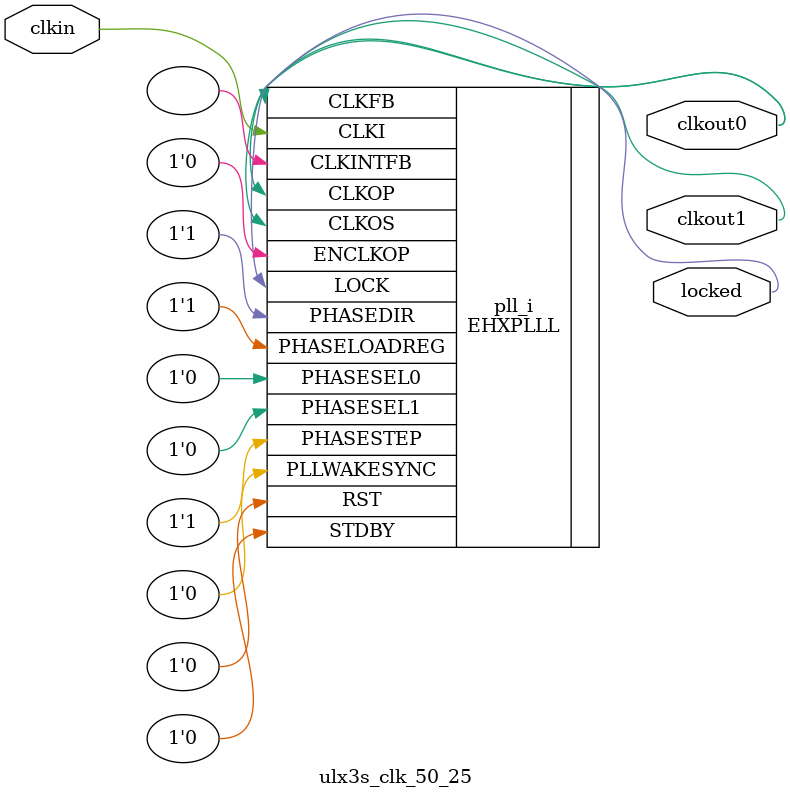
<source format=v>
module ulx3s_clk_50_25
(
    input clkin, // 25 MHz, 0 deg
    output clkout0, // 50 MHz, 0 deg
    output clkout1, // 25 MHz, 0 deg
    output locked
);
(* FREQUENCY_PIN_CLKI="25" *)
(* FREQUENCY_PIN_CLKOP="50" *)
(* FREQUENCY_PIN_CLKOS="25" *)
(* ICP_CURRENT="12" *) (* LPF_RESISTOR="8" *) (* MFG_ENABLE_FILTEROPAMP="1" *) (* MFG_GMCREF_SEL="2" *)
EHXPLLL #(
        .PLLRST_ENA("DISABLED"),
        .INTFB_WAKE("DISABLED"),
        .STDBY_ENABLE("DISABLED"),
        .DPHASE_SOURCE("DISABLED"),
        .OUTDIVIDER_MUXA("DIVA"),
        .OUTDIVIDER_MUXB("DIVB"),
        .OUTDIVIDER_MUXC("DIVC"),
        .OUTDIVIDER_MUXD("DIVD"),
        .CLKI_DIV(1),
        .CLKOP_ENABLE("ENABLED"),
        .CLKOP_DIV(12),
        .CLKOP_CPHASE(5),
        .CLKOP_FPHASE(0),
        .CLKOS_ENABLE("ENABLED"),
        .CLKOS_DIV(24),
        .CLKOS_CPHASE(5),
        .CLKOS_FPHASE(0),
        .FEEDBK_PATH("CLKOP"),
        .CLKFB_DIV(2)
    ) pll_i (
        .RST(1'b0),
        .STDBY(1'b0),
        .CLKI(clkin),
        .CLKOP(clkout0),
        .CLKOS(clkout1),
        .CLKFB(clkout0),
        .CLKINTFB(),
        .PHASESEL0(1'b0),
        .PHASESEL1(1'b0),
        .PHASEDIR(1'b1),
        .PHASESTEP(1'b1),
        .PHASELOADREG(1'b1),
        .PLLWAKESYNC(1'b0),
        .ENCLKOP(1'b0),
        .LOCK(locked)
	);
endmodule

</source>
